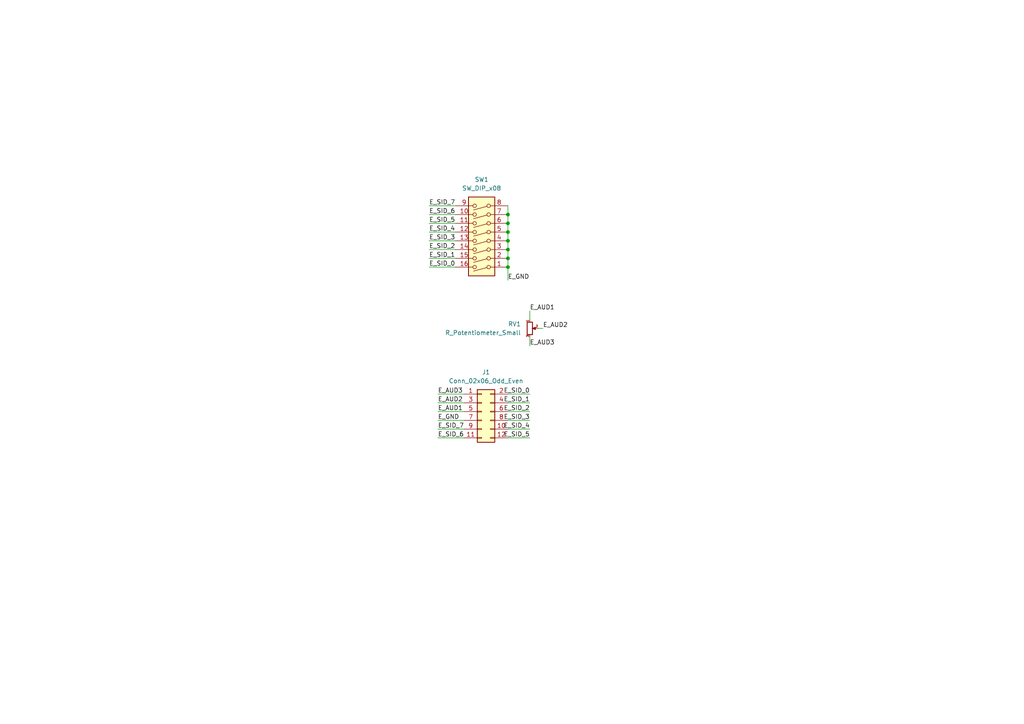
<source format=kicad_sch>
(kicad_sch (version 20211123) (generator eeschema)

  (uuid 54318801-15ed-472e-961a-d80734734c15)

  (paper "A4")

  (lib_symbols
    (symbol "Connector_Generic:Conn_02x06_Odd_Even" (pin_names (offset 1.016) hide) (in_bom yes) (on_board yes)
      (property "Reference" "J" (id 0) (at 1.27 7.62 0)
        (effects (font (size 1.27 1.27)))
      )
      (property "Value" "Conn_02x06_Odd_Even" (id 1) (at 1.27 -10.16 0)
        (effects (font (size 1.27 1.27)))
      )
      (property "Footprint" "" (id 2) (at 0 0 0)
        (effects (font (size 1.27 1.27)) hide)
      )
      (property "Datasheet" "~" (id 3) (at 0 0 0)
        (effects (font (size 1.27 1.27)) hide)
      )
      (property "ki_keywords" "connector" (id 4) (at 0 0 0)
        (effects (font (size 1.27 1.27)) hide)
      )
      (property "ki_description" "Generic connector, double row, 02x06, odd/even pin numbering scheme (row 1 odd numbers, row 2 even numbers), script generated (kicad-library-utils/schlib/autogen/connector/)" (id 5) (at 0 0 0)
        (effects (font (size 1.27 1.27)) hide)
      )
      (property "ki_fp_filters" "Connector*:*_2x??_*" (id 6) (at 0 0 0)
        (effects (font (size 1.27 1.27)) hide)
      )
      (symbol "Conn_02x06_Odd_Even_1_1"
        (rectangle (start -1.27 -7.493) (end 0 -7.747)
          (stroke (width 0.1524) (type default) (color 0 0 0 0))
          (fill (type none))
        )
        (rectangle (start -1.27 -4.953) (end 0 -5.207)
          (stroke (width 0.1524) (type default) (color 0 0 0 0))
          (fill (type none))
        )
        (rectangle (start -1.27 -2.413) (end 0 -2.667)
          (stroke (width 0.1524) (type default) (color 0 0 0 0))
          (fill (type none))
        )
        (rectangle (start -1.27 0.127) (end 0 -0.127)
          (stroke (width 0.1524) (type default) (color 0 0 0 0))
          (fill (type none))
        )
        (rectangle (start -1.27 2.667) (end 0 2.413)
          (stroke (width 0.1524) (type default) (color 0 0 0 0))
          (fill (type none))
        )
        (rectangle (start -1.27 5.207) (end 0 4.953)
          (stroke (width 0.1524) (type default) (color 0 0 0 0))
          (fill (type none))
        )
        (rectangle (start -1.27 6.35) (end 3.81 -8.89)
          (stroke (width 0.254) (type default) (color 0 0 0 0))
          (fill (type background))
        )
        (rectangle (start 3.81 -7.493) (end 2.54 -7.747)
          (stroke (width 0.1524) (type default) (color 0 0 0 0))
          (fill (type none))
        )
        (rectangle (start 3.81 -4.953) (end 2.54 -5.207)
          (stroke (width 0.1524) (type default) (color 0 0 0 0))
          (fill (type none))
        )
        (rectangle (start 3.81 -2.413) (end 2.54 -2.667)
          (stroke (width 0.1524) (type default) (color 0 0 0 0))
          (fill (type none))
        )
        (rectangle (start 3.81 0.127) (end 2.54 -0.127)
          (stroke (width 0.1524) (type default) (color 0 0 0 0))
          (fill (type none))
        )
        (rectangle (start 3.81 2.667) (end 2.54 2.413)
          (stroke (width 0.1524) (type default) (color 0 0 0 0))
          (fill (type none))
        )
        (rectangle (start 3.81 5.207) (end 2.54 4.953)
          (stroke (width 0.1524) (type default) (color 0 0 0 0))
          (fill (type none))
        )
        (pin passive line (at -5.08 5.08 0) (length 3.81)
          (name "Pin_1" (effects (font (size 1.27 1.27))))
          (number "1" (effects (font (size 1.27 1.27))))
        )
        (pin passive line (at 7.62 -5.08 180) (length 3.81)
          (name "Pin_10" (effects (font (size 1.27 1.27))))
          (number "10" (effects (font (size 1.27 1.27))))
        )
        (pin passive line (at -5.08 -7.62 0) (length 3.81)
          (name "Pin_11" (effects (font (size 1.27 1.27))))
          (number "11" (effects (font (size 1.27 1.27))))
        )
        (pin passive line (at 7.62 -7.62 180) (length 3.81)
          (name "Pin_12" (effects (font (size 1.27 1.27))))
          (number "12" (effects (font (size 1.27 1.27))))
        )
        (pin passive line (at 7.62 5.08 180) (length 3.81)
          (name "Pin_2" (effects (font (size 1.27 1.27))))
          (number "2" (effects (font (size 1.27 1.27))))
        )
        (pin passive line (at -5.08 2.54 0) (length 3.81)
          (name "Pin_3" (effects (font (size 1.27 1.27))))
          (number "3" (effects (font (size 1.27 1.27))))
        )
        (pin passive line (at 7.62 2.54 180) (length 3.81)
          (name "Pin_4" (effects (font (size 1.27 1.27))))
          (number "4" (effects (font (size 1.27 1.27))))
        )
        (pin passive line (at -5.08 0 0) (length 3.81)
          (name "Pin_5" (effects (font (size 1.27 1.27))))
          (number "5" (effects (font (size 1.27 1.27))))
        )
        (pin passive line (at 7.62 0 180) (length 3.81)
          (name "Pin_6" (effects (font (size 1.27 1.27))))
          (number "6" (effects (font (size 1.27 1.27))))
        )
        (pin passive line (at -5.08 -2.54 0) (length 3.81)
          (name "Pin_7" (effects (font (size 1.27 1.27))))
          (number "7" (effects (font (size 1.27 1.27))))
        )
        (pin passive line (at 7.62 -2.54 180) (length 3.81)
          (name "Pin_8" (effects (font (size 1.27 1.27))))
          (number "8" (effects (font (size 1.27 1.27))))
        )
        (pin passive line (at -5.08 -5.08 0) (length 3.81)
          (name "Pin_9" (effects (font (size 1.27 1.27))))
          (number "9" (effects (font (size 1.27 1.27))))
        )
      )
    )
    (symbol "Device:R_Potentiometer_Small" (pin_names (offset 1.016) hide) (in_bom yes) (on_board yes)
      (property "Reference" "RV" (id 0) (at -4.445 0 90)
        (effects (font (size 1.27 1.27)))
      )
      (property "Value" "R_Potentiometer_Small" (id 1) (at -2.54 0 90)
        (effects (font (size 1.27 1.27)))
      )
      (property "Footprint" "" (id 2) (at 0 0 0)
        (effects (font (size 1.27 1.27)) hide)
      )
      (property "Datasheet" "~" (id 3) (at 0 0 0)
        (effects (font (size 1.27 1.27)) hide)
      )
      (property "ki_keywords" "resistor variable" (id 4) (at 0 0 0)
        (effects (font (size 1.27 1.27)) hide)
      )
      (property "ki_description" "Potentiometer" (id 5) (at 0 0 0)
        (effects (font (size 1.27 1.27)) hide)
      )
      (property "ki_fp_filters" "Potentiometer*" (id 6) (at 0 0 0)
        (effects (font (size 1.27 1.27)) hide)
      )
      (symbol "R_Potentiometer_Small_0_1"
        (polyline
          (pts
            (xy 0.889 0)
            (xy 0.635 0)
            (xy 1.651 0.381)
            (xy 1.651 -0.381)
            (xy 0.635 0)
            (xy 0.889 0)
          )
          (stroke (width 0) (type default) (color 0 0 0 0))
          (fill (type outline))
        )
        (rectangle (start 0.762 1.8034) (end -0.762 -1.8034)
          (stroke (width 0.254) (type default) (color 0 0 0 0))
          (fill (type none))
        )
      )
      (symbol "R_Potentiometer_Small_1_1"
        (pin passive line (at 0 2.54 270) (length 0.635)
          (name "1" (effects (font (size 0.635 0.635))))
          (number "1" (effects (font (size 0.635 0.635))))
        )
        (pin passive line (at 2.54 0 180) (length 0.9906)
          (name "2" (effects (font (size 0.635 0.635))))
          (number "2" (effects (font (size 0.635 0.635))))
        )
        (pin passive line (at 0 -2.54 90) (length 0.635)
          (name "3" (effects (font (size 0.635 0.635))))
          (number "3" (effects (font (size 0.635 0.635))))
        )
      )
    )
    (symbol "Switch:SW_DIP_x08" (pin_names (offset 0) hide) (in_bom yes) (on_board yes)
      (property "Reference" "SW" (id 0) (at 0 13.97 0)
        (effects (font (size 1.27 1.27)))
      )
      (property "Value" "SW_DIP_x08" (id 1) (at 0 -11.43 0)
        (effects (font (size 1.27 1.27)))
      )
      (property "Footprint" "" (id 2) (at 0 0 0)
        (effects (font (size 1.27 1.27)) hide)
      )
      (property "Datasheet" "~" (id 3) (at 0 0 0)
        (effects (font (size 1.27 1.27)) hide)
      )
      (property "ki_keywords" "dip switch" (id 4) (at 0 0 0)
        (effects (font (size 1.27 1.27)) hide)
      )
      (property "ki_description" "8x DIP Switch, Single Pole Single Throw (SPST) switch, small symbol" (id 5) (at 0 0 0)
        (effects (font (size 1.27 1.27)) hide)
      )
      (property "ki_fp_filters" "SW?DIP?x8*" (id 6) (at 0 0 0)
        (effects (font (size 1.27 1.27)) hide)
      )
      (symbol "SW_DIP_x08_0_0"
        (circle (center -2.032 -7.62) (radius 0.508)
          (stroke (width 0) (type default) (color 0 0 0 0))
          (fill (type none))
        )
        (circle (center -2.032 -5.08) (radius 0.508)
          (stroke (width 0) (type default) (color 0 0 0 0))
          (fill (type none))
        )
        (circle (center -2.032 -2.54) (radius 0.508)
          (stroke (width 0) (type default) (color 0 0 0 0))
          (fill (type none))
        )
        (circle (center -2.032 0) (radius 0.508)
          (stroke (width 0) (type default) (color 0 0 0 0))
          (fill (type none))
        )
        (circle (center -2.032 2.54) (radius 0.508)
          (stroke (width 0) (type default) (color 0 0 0 0))
          (fill (type none))
        )
        (circle (center -2.032 5.08) (radius 0.508)
          (stroke (width 0) (type default) (color 0 0 0 0))
          (fill (type none))
        )
        (circle (center -2.032 7.62) (radius 0.508)
          (stroke (width 0) (type default) (color 0 0 0 0))
          (fill (type none))
        )
        (circle (center -2.032 10.16) (radius 0.508)
          (stroke (width 0) (type default) (color 0 0 0 0))
          (fill (type none))
        )
        (polyline
          (pts
            (xy -1.524 -7.4676)
            (xy 2.3622 -6.4262)
          )
          (stroke (width 0) (type default) (color 0 0 0 0))
          (fill (type none))
        )
        (polyline
          (pts
            (xy -1.524 -4.9276)
            (xy 2.3622 -3.8862)
          )
          (stroke (width 0) (type default) (color 0 0 0 0))
          (fill (type none))
        )
        (polyline
          (pts
            (xy -1.524 -2.3876)
            (xy 2.3622 -1.3462)
          )
          (stroke (width 0) (type default) (color 0 0 0 0))
          (fill (type none))
        )
        (polyline
          (pts
            (xy -1.524 0.127)
            (xy 2.3622 1.1684)
          )
          (stroke (width 0) (type default) (color 0 0 0 0))
          (fill (type none))
        )
        (polyline
          (pts
            (xy -1.524 2.667)
            (xy 2.3622 3.7084)
          )
          (stroke (width 0) (type default) (color 0 0 0 0))
          (fill (type none))
        )
        (polyline
          (pts
            (xy -1.524 5.207)
            (xy 2.3622 6.2484)
          )
          (stroke (width 0) (type default) (color 0 0 0 0))
          (fill (type none))
        )
        (polyline
          (pts
            (xy -1.524 7.747)
            (xy 2.3622 8.7884)
          )
          (stroke (width 0) (type default) (color 0 0 0 0))
          (fill (type none))
        )
        (polyline
          (pts
            (xy -1.524 10.287)
            (xy 2.3622 11.3284)
          )
          (stroke (width 0) (type default) (color 0 0 0 0))
          (fill (type none))
        )
        (circle (center 2.032 -7.62) (radius 0.508)
          (stroke (width 0) (type default) (color 0 0 0 0))
          (fill (type none))
        )
        (circle (center 2.032 -5.08) (radius 0.508)
          (stroke (width 0) (type default) (color 0 0 0 0))
          (fill (type none))
        )
        (circle (center 2.032 -2.54) (radius 0.508)
          (stroke (width 0) (type default) (color 0 0 0 0))
          (fill (type none))
        )
        (circle (center 2.032 0) (radius 0.508)
          (stroke (width 0) (type default) (color 0 0 0 0))
          (fill (type none))
        )
        (circle (center 2.032 2.54) (radius 0.508)
          (stroke (width 0) (type default) (color 0 0 0 0))
          (fill (type none))
        )
        (circle (center 2.032 5.08) (radius 0.508)
          (stroke (width 0) (type default) (color 0 0 0 0))
          (fill (type none))
        )
        (circle (center 2.032 7.62) (radius 0.508)
          (stroke (width 0) (type default) (color 0 0 0 0))
          (fill (type none))
        )
        (circle (center 2.032 10.16) (radius 0.508)
          (stroke (width 0) (type default) (color 0 0 0 0))
          (fill (type none))
        )
      )
      (symbol "SW_DIP_x08_0_1"
        (rectangle (start -3.81 12.7) (end 3.81 -10.16)
          (stroke (width 0.254) (type default) (color 0 0 0 0))
          (fill (type background))
        )
      )
      (symbol "SW_DIP_x08_1_1"
        (pin passive line (at -7.62 10.16 0) (length 5.08)
          (name "~" (effects (font (size 1.27 1.27))))
          (number "1" (effects (font (size 1.27 1.27))))
        )
        (pin passive line (at 7.62 -5.08 180) (length 5.08)
          (name "~" (effects (font (size 1.27 1.27))))
          (number "10" (effects (font (size 1.27 1.27))))
        )
        (pin passive line (at 7.62 -2.54 180) (length 5.08)
          (name "~" (effects (font (size 1.27 1.27))))
          (number "11" (effects (font (size 1.27 1.27))))
        )
        (pin passive line (at 7.62 0 180) (length 5.08)
          (name "~" (effects (font (size 1.27 1.27))))
          (number "12" (effects (font (size 1.27 1.27))))
        )
        (pin passive line (at 7.62 2.54 180) (length 5.08)
          (name "~" (effects (font (size 1.27 1.27))))
          (number "13" (effects (font (size 1.27 1.27))))
        )
        (pin passive line (at 7.62 5.08 180) (length 5.08)
          (name "~" (effects (font (size 1.27 1.27))))
          (number "14" (effects (font (size 1.27 1.27))))
        )
        (pin passive line (at 7.62 7.62 180) (length 5.08)
          (name "~" (effects (font (size 1.27 1.27))))
          (number "15" (effects (font (size 1.27 1.27))))
        )
        (pin passive line (at 7.62 10.16 180) (length 5.08)
          (name "~" (effects (font (size 1.27 1.27))))
          (number "16" (effects (font (size 1.27 1.27))))
        )
        (pin passive line (at -7.62 7.62 0) (length 5.08)
          (name "~" (effects (font (size 1.27 1.27))))
          (number "2" (effects (font (size 1.27 1.27))))
        )
        (pin passive line (at -7.62 5.08 0) (length 5.08)
          (name "~" (effects (font (size 1.27 1.27))))
          (number "3" (effects (font (size 1.27 1.27))))
        )
        (pin passive line (at -7.62 2.54 0) (length 5.08)
          (name "~" (effects (font (size 1.27 1.27))))
          (number "4" (effects (font (size 1.27 1.27))))
        )
        (pin passive line (at -7.62 0 0) (length 5.08)
          (name "~" (effects (font (size 1.27 1.27))))
          (number "5" (effects (font (size 1.27 1.27))))
        )
        (pin passive line (at -7.62 -2.54 0) (length 5.08)
          (name "~" (effects (font (size 1.27 1.27))))
          (number "6" (effects (font (size 1.27 1.27))))
        )
        (pin passive line (at -7.62 -5.08 0) (length 5.08)
          (name "~" (effects (font (size 1.27 1.27))))
          (number "7" (effects (font (size 1.27 1.27))))
        )
        (pin passive line (at -7.62 -7.62 0) (length 5.08)
          (name "~" (effects (font (size 1.27 1.27))))
          (number "8" (effects (font (size 1.27 1.27))))
        )
        (pin passive line (at 7.62 -7.62 180) (length 5.08)
          (name "~" (effects (font (size 1.27 1.27))))
          (number "9" (effects (font (size 1.27 1.27))))
        )
      )
    )
  )

  (junction (at 147.32 77.47) (diameter 0) (color 0 0 0 0)
    (uuid 10762a52-b305-4872-8a8a-853fff7d1b6f)
  )
  (junction (at 147.32 67.31) (diameter 0) (color 0 0 0 0)
    (uuid 1b7c8cb2-87c7-4f33-8fec-5a306901e93e)
  )
  (junction (at 147.32 64.77) (diameter 0) (color 0 0 0 0)
    (uuid 38f6cf5d-bf70-44fb-ab9d-a13beedd45ad)
  )
  (junction (at 147.32 62.23) (diameter 0) (color 0 0 0 0)
    (uuid 94be6afb-92bb-402c-ad42-d45d6f470590)
  )
  (junction (at 147.32 74.93) (diameter 0) (color 0 0 0 0)
    (uuid a40a0e48-2226-4715-8e90-d124fa0f0ce9)
  )
  (junction (at 147.32 72.39) (diameter 0) (color 0 0 0 0)
    (uuid e11d791d-a77b-4cc1-a309-c491dae25bbb)
  )
  (junction (at 147.32 69.85) (diameter 0) (color 0 0 0 0)
    (uuid e291dc66-006a-46d1-a5b9-9c59faf3ded8)
  )

  (wire (pts (xy 147.32 119.38) (xy 153.67 119.38))
    (stroke (width 0) (type default) (color 0 0 0 0))
    (uuid 073f8d96-66b9-49a8-85c8-c4c834b572e9)
  )
  (wire (pts (xy 124.46 74.93) (xy 132.08 74.93))
    (stroke (width 0) (type default) (color 0 0 0 0))
    (uuid 15416a49-030b-4a8a-8745-7546753233d9)
  )
  (wire (pts (xy 147.32 77.47) (xy 147.32 81.28))
    (stroke (width 0) (type default) (color 0 0 0 0))
    (uuid 31e43b71-8dcc-47a3-9e8f-385337191113)
  )
  (wire (pts (xy 124.46 62.23) (xy 132.08 62.23))
    (stroke (width 0) (type default) (color 0 0 0 0))
    (uuid 37a60285-39a0-453b-bede-437957ba5c6a)
  )
  (wire (pts (xy 153.67 97.79) (xy 153.67 100.33))
    (stroke (width 0) (type default) (color 0 0 0 0))
    (uuid 4316781b-5678-417d-8aed-0fa411d14081)
  )
  (wire (pts (xy 147.32 124.46) (xy 153.67 124.46))
    (stroke (width 0) (type default) (color 0 0 0 0))
    (uuid 47b2bf16-a545-4bc7-8108-f34409ecb857)
  )
  (wire (pts (xy 147.32 127) (xy 153.67 127))
    (stroke (width 0) (type default) (color 0 0 0 0))
    (uuid 6068cbe2-d9e2-484d-92e5-1cfeefbd5237)
  )
  (wire (pts (xy 147.32 64.77) (xy 147.32 67.31))
    (stroke (width 0) (type default) (color 0 0 0 0))
    (uuid 62d3bd5b-e374-4122-8680-f65021285b91)
  )
  (wire (pts (xy 127 127) (xy 134.62 127))
    (stroke (width 0) (type default) (color 0 0 0 0))
    (uuid 6af7c2aa-54fb-441f-a840-cba1c79d4fac)
  )
  (wire (pts (xy 124.46 69.85) (xy 132.08 69.85))
    (stroke (width 0) (type default) (color 0 0 0 0))
    (uuid 6e3d5b49-8621-4599-9863-4329bc971ea1)
  )
  (wire (pts (xy 147.32 59.69) (xy 147.32 62.23))
    (stroke (width 0) (type default) (color 0 0 0 0))
    (uuid 77c356a5-1b39-4cde-a185-34e85c89984c)
  )
  (wire (pts (xy 124.46 64.77) (xy 132.08 64.77))
    (stroke (width 0) (type default) (color 0 0 0 0))
    (uuid 821558c8-8a17-4817-b60a-ecf1b7047569)
  )
  (wire (pts (xy 147.32 74.93) (xy 147.32 77.47))
    (stroke (width 0) (type default) (color 0 0 0 0))
    (uuid 844384e9-344f-4917-897e-e6d0a94e58dd)
  )
  (wire (pts (xy 156.21 95.25) (xy 157.48 95.25))
    (stroke (width 0) (type default) (color 0 0 0 0))
    (uuid 8deec3bc-918f-420a-8fe5-ab55fd6e4392)
  )
  (wire (pts (xy 124.46 72.39) (xy 132.08 72.39))
    (stroke (width 0) (type default) (color 0 0 0 0))
    (uuid 8f31663d-20d6-4b20-9bfb-fdcaa7181916)
  )
  (wire (pts (xy 147.32 114.3) (xy 153.67 114.3))
    (stroke (width 0) (type default) (color 0 0 0 0))
    (uuid 90fe558d-f05e-44f8-bc18-755303e96822)
  )
  (wire (pts (xy 147.32 72.39) (xy 147.32 74.93))
    (stroke (width 0) (type default) (color 0 0 0 0))
    (uuid 95922f2d-b5bb-411b-ab90-b7b92ee7350e)
  )
  (wire (pts (xy 127 121.92) (xy 134.62 121.92))
    (stroke (width 0) (type default) (color 0 0 0 0))
    (uuid 971f112f-b4f3-42d2-8ec0-1258536bf807)
  )
  (wire (pts (xy 127 116.84) (xy 134.62 116.84))
    (stroke (width 0) (type default) (color 0 0 0 0))
    (uuid 9ab2fa1d-717e-4bf2-b857-c1ba968e305d)
  )
  (wire (pts (xy 147.32 62.23) (xy 147.32 64.77))
    (stroke (width 0) (type default) (color 0 0 0 0))
    (uuid a0a7b02e-c3a2-4945-a47f-092c211dfb71)
  )
  (wire (pts (xy 127 124.46) (xy 134.62 124.46))
    (stroke (width 0) (type default) (color 0 0 0 0))
    (uuid a3841463-3354-4157-8269-dec0560b7f00)
  )
  (wire (pts (xy 124.46 59.69) (xy 132.08 59.69))
    (stroke (width 0) (type default) (color 0 0 0 0))
    (uuid aea87a73-ec8e-47b9-a692-f05729c44deb)
  )
  (wire (pts (xy 147.32 121.92) (xy 153.67 121.92))
    (stroke (width 0) (type default) (color 0 0 0 0))
    (uuid d5020a52-bb09-451c-9f9f-0fc13dd83c35)
  )
  (wire (pts (xy 147.32 116.84) (xy 153.67 116.84))
    (stroke (width 0) (type default) (color 0 0 0 0))
    (uuid d761b34c-73fa-4a5f-bf28-dbedf77749a5)
  )
  (wire (pts (xy 124.46 67.31) (xy 132.08 67.31))
    (stroke (width 0) (type default) (color 0 0 0 0))
    (uuid db9abda9-f2d8-4061-b273-1eeb8be3ef16)
  )
  (wire (pts (xy 127 119.38) (xy 134.62 119.38))
    (stroke (width 0) (type default) (color 0 0 0 0))
    (uuid dccba3c7-d689-4fdf-bf59-17cb67b69d37)
  )
  (wire (pts (xy 124.46 77.47) (xy 132.08 77.47))
    (stroke (width 0) (type default) (color 0 0 0 0))
    (uuid deb2b670-c878-48b4-b313-9f70c99ff66b)
  )
  (wire (pts (xy 147.32 69.85) (xy 147.32 72.39))
    (stroke (width 0) (type default) (color 0 0 0 0))
    (uuid e5373cf8-4293-45ef-b8c6-11892ce2f674)
  )
  (wire (pts (xy 153.67 90.17) (xy 153.67 92.71))
    (stroke (width 0) (type default) (color 0 0 0 0))
    (uuid e5422350-915c-46bf-8d82-f87e885782df)
  )
  (wire (pts (xy 147.32 67.31) (xy 147.32 69.85))
    (stroke (width 0) (type default) (color 0 0 0 0))
    (uuid f2587249-978b-4c1e-8a2a-40e82ce44d63)
  )
  (wire (pts (xy 127 114.3) (xy 134.62 114.3))
    (stroke (width 0) (type default) (color 0 0 0 0))
    (uuid f5e05c36-2e5c-47d2-ad68-7e761bf55e07)
  )

  (label "E_AUD3" (at 153.67 100.33 0)
    (effects (font (size 1.27 1.27)) (justify left bottom))
    (uuid 13b97bef-ed94-4d10-b6a8-cbd003a1c70d)
  )
  (label "E_SID_2" (at 153.67 119.38 180)
    (effects (font (size 1.27 1.27)) (justify right bottom))
    (uuid 1bb509a0-3ada-4fc1-b93d-cc766266853c)
  )
  (label "E_SID_0" (at 124.46 77.47 0)
    (effects (font (size 1.27 1.27)) (justify left bottom))
    (uuid 325d9ac4-e63c-4c7d-a7a7-a1c0cdad8480)
  )
  (label "E_SID_3" (at 124.46 69.85 0)
    (effects (font (size 1.27 1.27)) (justify left bottom))
    (uuid 3740c3df-5025-42f9-baec-64eca81ca9dc)
  )
  (label "E_SID_4" (at 124.46 67.31 0)
    (effects (font (size 1.27 1.27)) (justify left bottom))
    (uuid 406ea05d-302d-43bd-9b28-20aec65149ea)
  )
  (label "E_SID_2" (at 124.46 72.39 0)
    (effects (font (size 1.27 1.27)) (justify left bottom))
    (uuid 438c08df-6f51-42bb-b0bc-60902e0935ce)
  )
  (label "E_SID_4" (at 153.67 124.46 180)
    (effects (font (size 1.27 1.27)) (justify right bottom))
    (uuid 5077a3a7-2077-4a03-8b86-b96529aeb86d)
  )
  (label "E_AUD2" (at 157.48 95.25 0)
    (effects (font (size 1.27 1.27)) (justify left bottom))
    (uuid 517a24fb-1ebc-41bb-bc69-e0797ea3a43e)
  )
  (label "E_SID_6" (at 124.46 62.23 0)
    (effects (font (size 1.27 1.27)) (justify left bottom))
    (uuid 6653d765-9903-4007-841f-33eeaf3a6a01)
  )
  (label "E_SID_1" (at 124.46 74.93 0)
    (effects (font (size 1.27 1.27)) (justify left bottom))
    (uuid 6b8fa687-6c30-467a-885f-b40c09c42b37)
  )
  (label "E_SID_7" (at 124.46 59.69 0)
    (effects (font (size 1.27 1.27)) (justify left bottom))
    (uuid 6ed9bbc2-a50f-468a-805a-822bbe700464)
  )
  (label "E_GND" (at 127 121.92 0)
    (effects (font (size 1.27 1.27)) (justify left bottom))
    (uuid 725a9484-3486-48d7-a633-78b45ec37ff8)
  )
  (label "E_SID_7" (at 127 124.46 0)
    (effects (font (size 1.27 1.27)) (justify left bottom))
    (uuid 74e26c8c-d3aa-43ba-80a1-458c61fec4c4)
  )
  (label "E_SID_1" (at 153.67 116.84 180)
    (effects (font (size 1.27 1.27)) (justify right bottom))
    (uuid 88b3c978-e05d-4856-8aeb-3a0bc41426c1)
  )
  (label "E_SID_5" (at 153.67 127 180)
    (effects (font (size 1.27 1.27)) (justify right bottom))
    (uuid 89fa69fb-1c07-448f-8f3c-fe3dbbcad896)
  )
  (label "E_AUD3" (at 127 114.3 0)
    (effects (font (size 1.27 1.27)) (justify left bottom))
    (uuid 8cbaa989-a372-4148-9966-cf84078f9fdd)
  )
  (label "E_AUD1" (at 153.67 90.17 0)
    (effects (font (size 1.27 1.27)) (justify left bottom))
    (uuid 9739703d-b68a-437e-9a93-d6f743b5d9ab)
  )
  (label "E_SID_0" (at 153.67 114.3 180)
    (effects (font (size 1.27 1.27)) (justify right bottom))
    (uuid a96166fb-cc26-4ab0-abb3-5132959d71df)
  )
  (label "E_AUD2" (at 127 116.84 0)
    (effects (font (size 1.27 1.27)) (justify left bottom))
    (uuid ab9dc47a-ec3f-49ff-9ecb-aa74ce81e08d)
  )
  (label "E_AUD1" (at 127 119.38 0)
    (effects (font (size 1.27 1.27)) (justify left bottom))
    (uuid c68cc5e2-ca05-4f6a-a97c-3b03b0c0bc04)
  )
  (label "E_GND" (at 147.32 81.28 0)
    (effects (font (size 1.27 1.27)) (justify left bottom))
    (uuid e5501105-6a94-4d4b-94e5-96088029c1f2)
  )
  (label "E_SID_6" (at 127 127 0)
    (effects (font (size 1.27 1.27)) (justify left bottom))
    (uuid e551c31b-ca8b-4604-ab53-b17c15fd0bff)
  )
  (label "E_SID_3" (at 153.67 121.92 180)
    (effects (font (size 1.27 1.27)) (justify right bottom))
    (uuid f99eb7ae-aa63-4570-96cf-e30eac3a5fb5)
  )
  (label "E_SID_5" (at 124.46 64.77 0)
    (effects (font (size 1.27 1.27)) (justify left bottom))
    (uuid ff3f3c98-4658-4de4-911b-6547dfb5964e)
  )

  (symbol (lib_id "Connector_Generic:Conn_02x06_Odd_Even") (at 139.7 119.38 0) (unit 1)
    (in_bom yes) (on_board yes) (fields_autoplaced)
    (uuid 0ae6d658-2afe-4d84-99ca-036bd96486ca)
    (property "Reference" "J1" (id 0) (at 140.97 107.95 0))
    (property "Value" "Conn_02x06_Odd_Even" (id 1) (at 140.97 110.49 0))
    (property "Footprint" "AliExpress_Stuff:MicroMatch-12p-SMD" (id 2) (at 139.7 119.38 0)
      (effects (font (size 1.27 1.27)) hide)
    )
    (property "Datasheet" "~" (id 3) (at 139.7 119.38 0)
      (effects (font (size 1.27 1.27)) hide)
    )
    (pin "1" (uuid 56eac094-312a-4ce7-bb4a-8cdc05508d2a))
    (pin "10" (uuid 839aadc0-a708-47a1-b9b5-d12d849a873d))
    (pin "11" (uuid 1ba5cf5f-2dc2-42b8-906c-a235f25a6644))
    (pin "12" (uuid e99811f8-6d6f-4f19-83f4-c8767804292d))
    (pin "2" (uuid afdd27cb-fc30-4363-8e00-96aa7d258f55))
    (pin "3" (uuid f5576401-7100-4e2a-9d6c-2d6205243b0f))
    (pin "4" (uuid 27dee54c-2e35-4c4d-a6d0-fd9b76b647d3))
    (pin "5" (uuid bc9745d5-d2e0-466c-b960-0cd31f417d02))
    (pin "6" (uuid 5d7c0dd1-8153-4b52-852d-14f79fdb8bd3))
    (pin "7" (uuid 73b58d87-de07-4179-b480-fcd80bb82d76))
    (pin "8" (uuid f49ba6cf-32be-446d-9448-21e883848176))
    (pin "9" (uuid 80623a0d-981f-4cc4-8b9a-3ce1d5afefd0))
  )

  (symbol (lib_id "Switch:SW_DIP_x08") (at 139.7 67.31 180) (unit 1)
    (in_bom yes) (on_board yes) (fields_autoplaced)
    (uuid 7a4f5654-8c78-4d31-ab97-31969320426e)
    (property "Reference" "SW1" (id 0) (at 139.7 52.07 0))
    (property "Value" "SW_DIP_x08" (id 1) (at 139.7 54.61 0))
    (property "Footprint" "Package_DIP:DIP-16_W7.62mm" (id 2) (at 139.7 67.31 0)
      (effects (font (size 1.27 1.27)) hide)
    )
    (property "Datasheet" "~" (id 3) (at 139.7 67.31 0)
      (effects (font (size 1.27 1.27)) hide)
    )
    (pin "1" (uuid acb81d25-8bba-433f-b6fe-80c3f118fce9))
    (pin "10" (uuid 5e9bb826-7cc3-469c-bd2e-aef1618ea960))
    (pin "11" (uuid af35af11-bb31-4876-9f79-93bca8db5fcf))
    (pin "12" (uuid 6d0cd2e8-835e-4f46-919f-9e7851f061cc))
    (pin "13" (uuid 350dd15e-f56f-4f89-9f5a-b43f05c814f9))
    (pin "14" (uuid 21ae7e17-2ed3-494c-9366-146e5b94cab3))
    (pin "15" (uuid e1c99309-4010-4372-9d54-e849a5c73b8b))
    (pin "16" (uuid ed6a9c96-7b92-4bdf-82ea-38ed191a482c))
    (pin "2" (uuid 6f84e0ae-ce08-4bec-a617-3bb26c7deaba))
    (pin "3" (uuid 00911868-5495-4f1c-ab6f-69d419a6e5ad))
    (pin "4" (uuid f5a18d11-0af1-442b-88f7-451de3916b22))
    (pin "5" (uuid 6d29c086-6383-4068-b62e-7ed2887091d4))
    (pin "6" (uuid 5193d224-c80f-433a-a88c-1b32b3c293ef))
    (pin "7" (uuid 0591a818-69e5-4c9c-96f7-403a7644ca18))
    (pin "8" (uuid ad5367ce-f18c-4cd6-89c4-b0bde964b8a4))
    (pin "9" (uuid 9ada8ef3-86d7-4805-acfc-ffc877b7f318))
  )

  (symbol (lib_id "Device:R_Potentiometer_Small") (at 153.67 95.25 0) (unit 1)
    (in_bom yes) (on_board yes) (fields_autoplaced)
    (uuid aede13de-acd8-4d74-b1b9-f0931b49685c)
    (property "Reference" "RV1" (id 0) (at 151.13 93.9799 0)
      (effects (font (size 1.27 1.27)) (justify right))
    )
    (property "Value" "R_Potentiometer_Small" (id 1) (at 151.13 96.5199 0)
      (effects (font (size 1.27 1.27)) (justify right))
    )
    (property "Footprint" "Potentiometer_THT:Potentiometer_Bourns_3386P_Vertical" (id 2) (at 153.67 95.25 0)
      (effects (font (size 1.27 1.27)) hide)
    )
    (property "Datasheet" "~" (id 3) (at 153.67 95.25 0)
      (effects (font (size 1.27 1.27)) hide)
    )
    (pin "1" (uuid 9083620e-d381-4539-b563-f7774467733a))
    (pin "2" (uuid 1d420da8-8259-4d2d-a130-d2adc441528b))
    (pin "3" (uuid c16e6805-e1a3-40a8-a9df-0f164035d134))
  )

  (sheet_instances
    (path "/" (page "1"))
  )

  (symbol_instances
    (path "/0ae6d658-2afe-4d84-99ca-036bd96486ca"
      (reference "J1") (unit 1) (value "Conn_02x06_Odd_Even") (footprint "AliExpress_Stuff:MicroMatch-12p-SMD")
    )
    (path "/aede13de-acd8-4d74-b1b9-f0931b49685c"
      (reference "RV1") (unit 1) (value "R_Potentiometer_Small") (footprint "Potentiometer_THT:Potentiometer_Bourns_3386P_Vertical")
    )
    (path "/7a4f5654-8c78-4d31-ab97-31969320426e"
      (reference "SW1") (unit 1) (value "SW_DIP_x08") (footprint "Package_DIP:DIP-16_W7.62mm")
    )
  )
)

</source>
